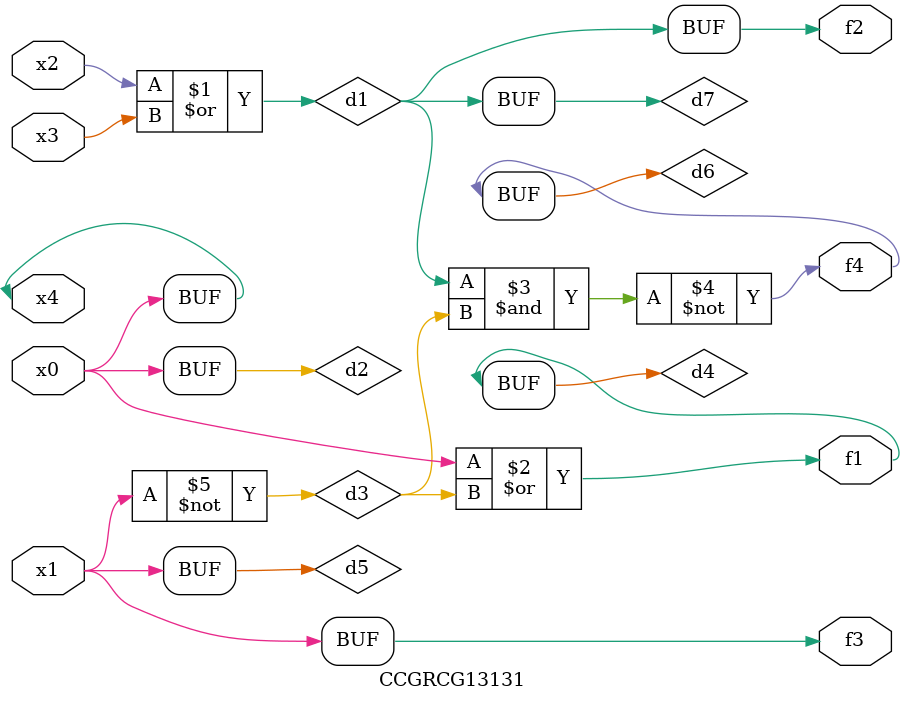
<source format=v>
module CCGRCG13131(
	input x0, x1, x2, x3, x4,
	output f1, f2, f3, f4
);

	wire d1, d2, d3, d4, d5, d6, d7;

	or (d1, x2, x3);
	buf (d2, x0, x4);
	not (d3, x1);
	or (d4, d2, d3);
	not (d5, d3);
	nand (d6, d1, d3);
	or (d7, d1);
	assign f1 = d4;
	assign f2 = d7;
	assign f3 = d5;
	assign f4 = d6;
endmodule

</source>
